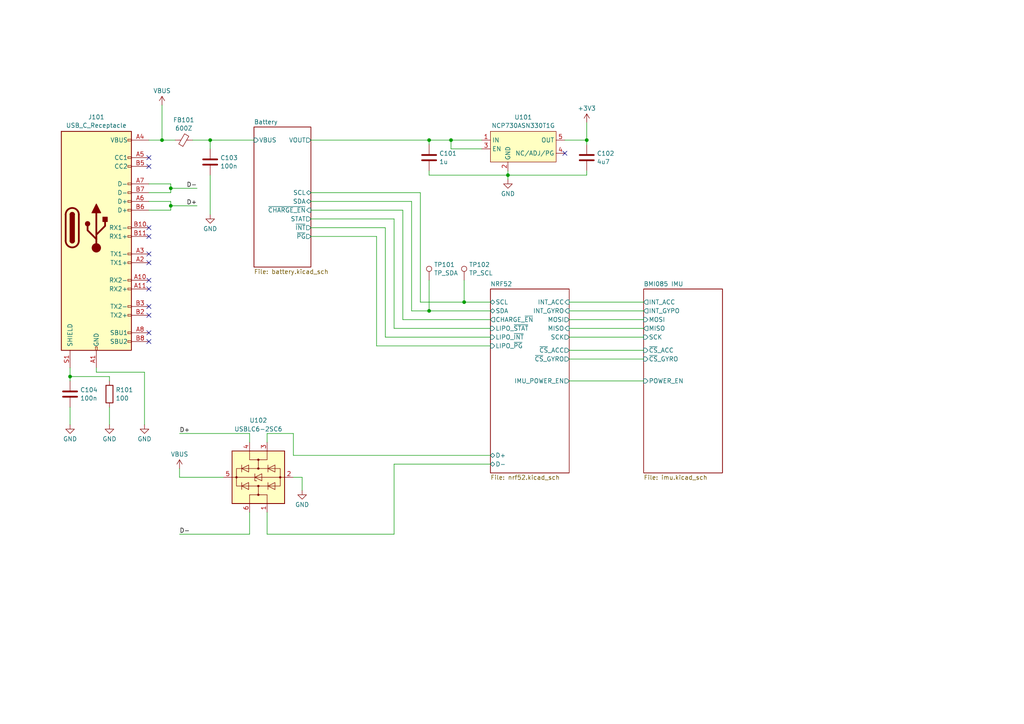
<source format=kicad_sch>
(kicad_sch (version 20230121) (generator eeschema)
  (paper "A4")
  (lib_symbols
    (symbol "Connector:TestPoint" (pin_numbers hide) (pin_names (offset 0.762) hide)
      (property "Reference" "TP" (at 0 6.858 0))
      (property "Value" "TestPoint" (at 0 5.08 0))
      (symbol "TestPoint_0_1"
        (circle (center 0 3.302) (radius 0.762))
      )
      (symbol "TestPoint_1_1"
        (pin passive line (at 0 0 90) (length 2.54) (name "1") (number "1"))
      )
    )
    (symbol "Connector:USB_C_Receptacle" (pin_names (offset 1.016))
      (property "Reference" "J" (at -10.16 29.21 0))
      (property "Value" "USB_C_Receptacle" (at 10.16 29.21 0))
      (symbol "USB_C_Receptacle_0_0"
        (rectangle (start -0.254 -35.56) (end 0.254 -34.544))
        (rectangle (start 10.16 -32.766) (end 9.144 -33.274))
        (rectangle (start 10.16 -30.226) (end 9.144 -30.734))
        (rectangle (start 10.16 -25.146) (end 9.144 -25.654))
        (rectangle (start 10.16 -22.606) (end 9.144 -23.114))
        (rectangle (start 10.16 -17.526) (end 9.144 -18.034))
        (rectangle (start 10.16 -14.986) (end 9.144 -15.494))
        (rectangle (start 10.16 -9.906) (end 9.144 -10.414))
        (rectangle (start 10.16 -7.366) (end 9.144 -7.874))
        (rectangle (start 10.16 -2.286) (end 9.144 -2.794))
        (rectangle (start 10.16 0.254) (end 9.144 -0.254))
        (rectangle (start 10.16 5.334) (end 9.144 4.826))
        (rectangle (start 10.16 7.874) (end 9.144 7.366))
        (rectangle (start 10.16 10.414) (end 9.144 9.906))
        (rectangle (start 10.16 12.954) (end 9.144 12.446))
        (rectangle (start 10.16 18.034) (end 9.144 17.526))
        (rectangle (start 10.16 20.574) (end 9.144 20.066))
        (rectangle (start 10.16 25.654) (end 9.144 25.146))
      )
      (symbol "USB_C_Receptacle_0_1"
        (rectangle (start -10.16 27.94) (end 10.16 -35.56) (stroke (width 0.254)) (fill (type background)))
        (arc (start -8.89 -3.81) (mid -6.985 -5.7067) (end -5.08 -3.81) (stroke (width 0.508)))
        (arc (start -7.62 -3.81) (mid -6.985 -4.4423) (end -6.35 -3.81) (stroke (width 0.254)))
        (arc (start -7.62 -3.81) (mid -6.985 -4.4423) (end -6.35 -3.81) (stroke (width 0.254)) (fill (type outline)))
        (rectangle (start -7.62 -3.81) (end -6.35 3.81) (stroke (width 0.254)) (fill (type outline)))
        (arc (start -6.35 3.81) (mid -6.985 4.4423) (end -7.62 3.81) (stroke (width 0.254)))
        (arc (start -6.35 3.81) (mid -6.985 4.4423) (end -7.62 3.81) (stroke (width 0.254)) (fill (type outline)))
        (arc (start -5.08 3.81) (mid -6.985 5.7067) (end -8.89 3.81) (stroke (width 0.508)))
        (polyline (pts (xy -8.89 -3.81) (xy -8.89 3.81)) (stroke (width 0.508)))
        (polyline (pts (xy -5.08 3.81) (xy -5.08 -3.81)) (stroke (width 0.508)))
      )
      (symbol "USB_C_Receptacle_1_1"
        (circle (center -2.54 1.143) (radius 0.635) (stroke (width 0.254)) (fill (type outline)))
        (circle (center 0 -5.842) (radius 1.27) (fill (type outline)))
        (polyline (pts (xy 0 -5.842) (xy 0 4.318)) (stroke (width 0.508)))
        (polyline (pts (xy 0 -3.302) (xy -2.54 -0.762) (xy -2.54 0.508)) (stroke (width 0.508)))
        (polyline (pts (xy 0 -2.032) (xy 2.54 0.508) (xy 2.54 1.778)) (stroke (width 0.508)))
        (polyline (pts (xy -1.27 4.318) (xy 0 6.858) (xy 1.27 4.318) (xy -1.27 4.318)) (stroke (width 0.254)) (fill (type outline)))
        (rectangle (start 1.905 1.778) (end 3.175 3.048) (stroke (width 0.254)) (fill (type outline)))
        (pin passive line (at 0 -40.64 90) (length 5.08) (name "GND") (number "A1"))
        (pin bidirectional line (at 15.24 -15.24 180) (length 5.08) (name "RX2-") (number "A10"))
        (pin bidirectional line (at 15.24 -17.78 180) (length 5.08) (name "RX2+") (number "A11"))
        (pin passive line (at 0 -40.64 90) (length 5.08) hide (name "GND") (number "A12"))
        (pin bidirectional line (at 15.24 -10.16 180) (length 5.08) (name "TX1+") (number "A2"))
        (pin bidirectional line (at 15.24 -7.62 180) (length 5.08) (name "TX1-") (number "A3"))
        (pin passive line (at 15.24 25.4 180) (length 5.08) (name "VBUS") (number "A4"))
        (pin bidirectional line (at 15.24 20.32 180) (length 5.08) (name "CC1") (number "A5"))
        (pin bidirectional line (at 15.24 7.62 180) (length 5.08) (name "D+") (number "A6"))
        (pin bidirectional line (at 15.24 12.7 180) (length 5.08) (name "D-") (number "A7"))
        (pin bidirectional line (at 15.24 -30.48 180) (length 5.08) (name "SBU1") (number "A8"))
        (pin passive line (at 15.24 25.4 180) (length 5.08) hide (name "VBUS") (number "A9"))
        (pin passive line (at 0 -40.64 90) (length 5.08) hide (name "GND") (number "B1"))
        (pin bidirectional line (at 15.24 0 180) (length 5.08) (name "RX1-") (number "B10"))
        (pin bidirectional line (at 15.24 -2.54 180) (length 5.08) (name "RX1+") (number "B11"))
        (pin passive line (at 0 -40.64 90) (length 5.08) hide (name "GND") (number "B12"))
        (pin bidirectional line (at 15.24 -25.4 180) (length 5.08) (name "TX2+") (number "B2"))
        (pin bidirectional line (at 15.24 -22.86 180) (length 5.08) (name "TX2-") (number "B3"))
        (pin passive line (at 15.24 25.4 180) (length 5.08) hide (name "VBUS") (number "B4"))
        (pin bidirectional line (at 15.24 17.78 180) (length 5.08) (name "CC2") (number "B5"))
        (pin bidirectional line (at 15.24 5.08 180) (length 5.08) (name "D+") (number "B6"))
        (pin bidirectional line (at 15.24 10.16 180) (length 5.08) (name "D-") (number "B7"))
        (pin bidirectional line (at 15.24 -33.02 180) (length 5.08) (name "SBU2") (number "B8"))
        (pin passive line (at 15.24 25.4 180) (length 5.08) hide (name "VBUS") (number "B9"))
        (pin passive line (at -7.62 -40.64 90) (length 5.08) (name "SHIELD") (number "S1"))
      )
    )
    (symbol "Device:C" (pin_numbers hide) (pin_names (offset 0.254))
      (property "Reference" "C" (at 0.635 2.54 0))
      (property "Value" "C" (at 0.635 -2.54 0))
      (symbol "C_0_1"
        (polyline (pts (xy -2.032 -0.762) (xy 2.032 -0.762)) (stroke (width 0.508)))
        (polyline (pts (xy -2.032 0.762) (xy 2.032 0.762)) (stroke (width 0.508)))
      )
      (symbol "C_1_1"
        (pin passive line (at 0 3.81 270) (length 2.794) (name "~") (number "1"))
        (pin passive line (at 0 -3.81 90) (length 2.794) (name "~") (number "2"))
      )
    )
    (symbol "Device:FerriteBead_Small" (pin_numbers hide) (pin_names (offset 0))
      (property "Reference" "FB" (at 1.905 1.27 0))
      (property "Value" "FerriteBead_Small" (at 1.905 -1.27 0))
      (symbol "FerriteBead_Small_0_1"
        (polyline (pts (xy 0 -1.27) (xy 0 -0.7874)))
        (polyline (pts (xy 0 0.889) (xy 0 1.2954)))
        (polyline (pts (xy -1.8288 0.2794) (xy -1.1176 1.4986) (xy 1.8288 -0.2032) (xy 1.1176 -1.4224) (xy -1.8288 0.2794)))
      )
      (symbol "FerriteBead_Small_1_1"
        (pin passive line (at 0 2.54 270) (length 1.27) (name "~") (number "1"))
        (pin passive line (at 0 -2.54 90) (length 1.27) (name "~") (number "2"))
      )
    )
    (symbol "Device:R" (pin_numbers hide) (pin_names (offset 0))
      (property "Reference" "R" (at 2.032 0 90))
      (property "Value" "R" (at 0 0 90))
      (symbol "R_0_1"
        (rectangle (start -1.016 -2.54) (end 1.016 2.54) (stroke (width 0.254)))
      )
      (symbol "R_1_1"
        (pin passive line (at 0 3.81 270) (length 1.27) (name "~") (number "1"))
        (pin passive line (at 0 -3.81 90) (length 1.27) (name "~") (number "2"))
      )
    )
    (symbol "Power_Protection:USBLC6-2SC6" (pin_names hide)
      (property "Reference" "U" (at 2.54 8.89 0))
      (property "Value" "USBLC6-2SC6" (at 2.54 -8.89 0))
      (symbol "USBLC6-2SC6_0_1"
        (rectangle (start -7.62 -7.62) (end 7.62 7.62) (stroke (width 0.254)) (fill (type background)))
        (circle (center -5.08 0) (radius 0.254) (fill (type outline)))
        (circle (center -2.54 0) (radius 0.254) (fill (type outline)))
        (rectangle (start -2.54 6.35) (end 2.54 -6.35))
        (circle (center 0 -6.35) (radius 0.254) (fill (type outline)))
        (polyline (pts (xy -5.08 -2.54) (xy -7.62 -2.54)))
        (polyline (pts (xy -5.08 0) (xy -5.08 -2.54)))
        (polyline (pts (xy -5.08 2.54) (xy -7.62 2.54)))
        (polyline (pts (xy -1.524 -2.794) (xy -3.556 -2.794)))
        (polyline (pts (xy -1.524 4.826) (xy -3.556 4.826)))
        (polyline (pts (xy 0 -7.62) (xy 0 -6.35)))
        (polyline (pts (xy 0 -6.35) (xy 0 1.27)))
        (polyline (pts (xy 0 1.27) (xy 0 6.35)))
        (polyline (pts (xy 0 6.35) (xy 0 7.62)))
        (polyline (pts (xy 1.524 -2.794) (xy 3.556 -2.794)))
        (polyline (pts (xy 1.524 4.826) (xy 3.556 4.826)))
        (polyline (pts (xy 5.08 -2.54) (xy 7.62 -2.54)))
        (polyline (pts (xy 5.08 0) (xy 5.08 -2.54)))
        (polyline (pts (xy 5.08 2.54) (xy 7.62 2.54)))
        (polyline (pts (xy -2.54 0) (xy -5.08 0) (xy -5.08 2.54)))
        (polyline (pts (xy 2.54 0) (xy 5.08 0) (xy 5.08 2.54)))
        (polyline (pts (xy -3.556 -4.826) (xy -1.524 -4.826) (xy -2.54 -2.794) (xy -3.556 -4.826)))
        (polyline (pts (xy -3.556 2.794) (xy -1.524 2.794) (xy -2.54 4.826) (xy -3.556 2.794)))
        (polyline (pts (xy -1.016 -1.016) (xy 1.016 -1.016) (xy 0 1.016) (xy -1.016 -1.016)))
        (polyline (pts (xy 1.016 1.016) (xy 0.762 1.016) (xy -1.016 1.016) (xy -1.016 0.508)))
        (polyline (pts (xy 3.556 -4.826) (xy 1.524 -4.826) (xy 2.54 -2.794) (xy 3.556 -4.826)))
        (polyline (pts (xy 3.556 2.794) (xy 1.524 2.794) (xy 2.54 4.826) (xy 3.556 2.794)))
        (circle (center 0 6.35) (radius 0.254) (fill (type outline)))
        (circle (center 2.54 0) (radius 0.254) (fill (type outline)))
        (circle (center 5.08 0) (radius 0.254) (fill (type outline)))
      )
      (symbol "USBLC6-2SC6_1_1"
        (pin passive line (at -10.16 -2.54 0) (length 2.54) (name "I/O1") (number "1"))
        (pin passive line (at 0 -10.16 90) (length 2.54) (name "GND") (number "2"))
        (pin passive line (at 10.16 -2.54 180) (length 2.54) (name "I/O2") (number "3"))
        (pin passive line (at 10.16 2.54 180) (length 2.54) (name "I/O2") (number "4"))
        (pin passive line (at 0 10.16 270) (length 2.54) (name "VBUS") (number "5"))
        (pin passive line (at -10.16 2.54 0) (length 2.54) (name "I/O1") (number "6"))
      )
    )
    (symbol "power:+3V3" (power) (pin_names (offset 0))
      (property "Value" "+3V3" (at 0 3.556 0))
      (symbol "+3V3_0_1"
        (polyline (pts (xy -0.762 1.27) (xy 0 2.54)))
        (polyline (pts (xy 0 0) (xy 0 2.54)))
        (polyline (pts (xy 0 2.54) (xy 0.762 1.27)))
      )
      (symbol "+3V3_1_1"
        (pin power_in line (at 0 0 90) (length 0) hide (name "+3V3") (number "1"))
      )
    )
    (symbol "power:GND" (power) (pin_names (offset 0))
      (property "Value" "GND" (at 0 -3.81 0))
      (symbol "GND_0_1"
        (polyline (pts (xy 0 0) (xy 0 -1.27) (xy 1.27 -1.27) (xy 0 -2.54) (xy -1.27 -1.27) (xy 0 -1.27)))
      )
      (symbol "GND_1_1"
        (pin power_in line (at 0 0 270) (length 0) hide (name "GND") (number "1"))
      )
    )
    (symbol "power:VBUS" (power) (pin_names (offset 0))
      (property "Value" "VBUS" (at 0 3.81 0))
      (symbol "VBUS_0_1"
        (polyline (pts (xy -0.762 1.27) (xy 0 2.54)))
        (polyline (pts (xy 0 0) (xy 0 2.54)))
        (polyline (pts (xy 0 2.54) (xy 0.762 1.27)))
      )
      (symbol "VBUS_1_1"
        (pin power_in line (at 0 0 90) (length 0) hide (name "VBUS") (number "1"))
      )
    )
    (symbol "shimatta_regulators:NCP730xxxxxxT1G"
      (property "Reference" "U" (at 0 7.62 0))
      (property "Value" "NCP730xxxxxxT1G" (at 0 5.08 0))
      (symbol "NCP730xxxxxxT1G_0_1"
        (rectangle (start -8.89 3.81) (end 10.16 -5.08) (stroke (width 0.1524)) (fill (type background)))
      )
      (symbol "NCP730xxxxxxT1G_1_1"
        (pin power_in line (at -11.43 1.27 0) (length 2.54) (name "IN") (number "1"))
        (pin power_in line (at -3.81 -7.62 90) (length 2.54) (name "GND") (number "2"))
        (pin input line (at -11.43 -1.27 0) (length 2.54) (name "EN") (number "3"))
        (pin unspecified line (at 12.7 -2.54 180) (length 2.54) (name "NC/ADJ/PG") (number "4"))
        (pin power_out line (at 12.7 1.27 180) (length 2.54) (name "OUT") (number "5"))
      )
    )
  )
  (junction (at 124.46 40.64))
  (junction (at 134.62 87.63))
  (junction (at 46.99 40.64))
  (junction (at 170.18 40.64))
  (junction (at 20.32 109.22))
  (junction (at 60.96 40.64))
  (junction (at 49.53 54.61))
  (junction (at 49.53 59.69))
  (junction (at 147.32 50.8))
  (junction (at 124.46 90.17))
  (junction (at 130.81 40.64))
  (no_connect (at 43.18 96.52))
  (no_connect (at 43.18 88.9))
  (no_connect (at 43.18 73.66))
  (no_connect (at 43.18 83.82))
  (no_connect (at 43.18 81.28))
  (no_connect (at 43.18 68.58))
  (no_connect (at 43.18 76.2))
  (no_connect (at 43.18 91.44))
  (no_connect (at 163.83 44.45))
  (no_connect (at 43.18 48.26))
  (no_connect (at 43.18 45.72))
  (no_connect (at 43.18 66.04))
  (no_connect (at 43.18 99.06))
  (wire (pts (xy 109.22 100.33) (xy 109.22 68.58)))
  (wire (pts (xy 90.17 68.58) (xy 109.22 68.58)))
  (wire (pts (xy 142.24 100.33) (xy 109.22 100.33)))
  (wire (pts (xy 124.46 40.64) (xy 124.46 41.91)))
  (wire (pts (xy 52.07 125.73) (xy 72.39 125.73)))
  (wire (pts (xy 52.07 154.94) (xy 72.39 154.94)))
  (wire (pts (xy 130.81 40.64) (xy 130.81 43.18)))
  (wire (pts (xy 60.96 50.8) (xy 60.96 62.23)))
  (wire (pts (xy 165.1 87.63) (xy 186.69 87.63)))
  (wire (pts (xy 147.32 49.53) (xy 147.32 50.8)))
  (wire (pts (xy 27.94 107.95) (xy 41.91 107.95)))
  (wire (pts (xy 49.53 59.69) (xy 49.53 60.96)))
  (wire (pts (xy 77.47 128.27) (xy 77.47 125.73)))
  (wire (pts (xy 49.53 53.34) (xy 49.53 54.61)))
  (wire (pts (xy 46.99 40.64) (xy 50.8 40.64)))
  (wire (pts (xy 119.38 58.42) (xy 119.38 90.17)))
  (wire (pts (xy 72.39 154.94) (xy 72.39 148.59)))
  (wire (pts (xy 49.53 60.96) (xy 43.18 60.96)))
  (wire (pts (xy 49.53 58.42) (xy 49.53 59.69)))
  (wire (pts (xy 43.18 53.34) (xy 49.53 53.34)))
  (wire (pts (xy 165.1 95.25) (xy 186.69 95.25)))
  (wire (pts (xy 27.94 106.68) (xy 27.94 107.95)))
  (wire (pts (xy 119.38 90.17) (xy 124.46 90.17)))
  (wire (pts (xy 142.24 134.62) (xy 114.3 134.62)))
  (wire (pts (xy 147.32 50.8) (xy 147.32 52.07)))
  (wire (pts (xy 165.1 92.71) (xy 186.69 92.71)))
  (wire (pts (xy 72.39 128.27) (xy 72.39 125.73)))
  (wire (pts (xy 116.84 92.71) (xy 116.84 60.96)))
  (wire (pts (xy 165.1 104.14) (xy 186.69 104.14)))
  (wire (pts (xy 90.17 63.5) (xy 114.3 63.5)))
  (wire (pts (xy 163.83 40.64) (xy 170.18 40.64)))
  (wire (pts (xy 87.63 138.43) (xy 87.63 142.24)))
  (wire (pts (xy 124.46 90.17) (xy 142.24 90.17)))
  (wire (pts (xy 20.32 118.11) (xy 20.32 123.19)))
  (wire (pts (xy 31.75 118.11) (xy 31.75 123.19)))
  (wire (pts (xy 20.32 109.22) (xy 20.32 110.49)))
  (wire (pts (xy 90.17 55.88) (xy 121.92 55.88)))
  (wire (pts (xy 111.76 97.79) (xy 111.76 66.04)))
  (wire (pts (xy 20.32 109.22) (xy 31.75 109.22)))
  (wire (pts (xy 85.09 125.73) (xy 85.09 132.08)))
  (wire (pts (xy 90.17 58.42) (xy 119.38 58.42)))
  (wire (pts (xy 124.46 81.28) (xy 124.46 90.17)))
  (wire (pts (xy 49.53 54.61) (xy 49.53 55.88)))
  (wire (pts (xy 142.24 92.71) (xy 116.84 92.71)))
  (wire (pts (xy 121.92 87.63) (xy 121.92 55.88)))
  (wire (pts (xy 134.62 81.28) (xy 134.62 87.63)))
  (wire (pts (xy 170.18 35.56) (xy 170.18 40.64)))
  (wire (pts (xy 52.07 138.43) (xy 64.77 138.43)))
  (wire (pts (xy 142.24 87.63) (xy 134.62 87.63)))
  (wire (pts (xy 49.53 59.69) (xy 57.15 59.69)))
  (wire (pts (xy 77.47 125.73) (xy 85.09 125.73)))
  (wire (pts (xy 46.99 30.48) (xy 46.99 40.64)))
  (wire (pts (xy 114.3 134.62) (xy 114.3 154.94)))
  (wire (pts (xy 170.18 40.64) (xy 170.18 41.91)))
  (wire (pts (xy 55.88 40.64) (xy 60.96 40.64)))
  (wire (pts (xy 90.17 40.64) (xy 124.46 40.64)))
  (wire (pts (xy 130.81 43.18) (xy 139.7 43.18)))
  (wire (pts (xy 142.24 97.79) (xy 111.76 97.79)))
  (wire (pts (xy 31.75 109.22) (xy 31.75 110.49)))
  (wire (pts (xy 114.3 95.25) (xy 142.24 95.25)))
  (wire (pts (xy 124.46 49.53) (xy 124.46 50.8)))
  (wire (pts (xy 147.32 50.8) (xy 170.18 50.8)))
  (wire (pts (xy 90.17 66.04) (xy 111.76 66.04)))
  (wire (pts (xy 170.18 50.8) (xy 170.18 49.53)))
  (wire (pts (xy 165.1 101.6) (xy 186.69 101.6)))
  (wire (pts (xy 77.47 148.59) (xy 77.47 154.94)))
  (wire (pts (xy 124.46 40.64) (xy 130.81 40.64)))
  (wire (pts (xy 165.1 90.17) (xy 186.69 90.17)))
  (wire (pts (xy 85.09 132.08) (xy 142.24 132.08)))
  (wire (pts (xy 90.17 60.96) (xy 116.84 60.96)))
  (wire (pts (xy 85.09 138.43) (xy 87.63 138.43)))
  (wire (pts (xy 20.32 106.68) (xy 20.32 109.22)))
  (wire (pts (xy 165.1 110.49) (xy 186.69 110.49)))
  (wire (pts (xy 52.07 135.89) (xy 52.07 138.43)))
  (wire (pts (xy 41.91 107.95) (xy 41.91 123.19)))
  (wire (pts (xy 130.81 40.64) (xy 139.7 40.64)))
  (wire (pts (xy 165.1 97.79) (xy 186.69 97.79)))
  (wire (pts (xy 124.46 50.8) (xy 147.32 50.8)))
  (wire (pts (xy 114.3 154.94) (xy 77.47 154.94)))
  (wire (pts (xy 49.53 54.61) (xy 57.15 54.61)))
  (wire (pts (xy 43.18 58.42) (xy 49.53 58.42)))
  (wire (pts (xy 49.53 55.88) (xy 43.18 55.88)))
  (wire (pts (xy 60.96 40.64) (xy 73.66 40.64)))
  (wire (pts (xy 43.18 40.64) (xy 46.99 40.64)))
  (wire (pts (xy 134.62 87.63) (xy 121.92 87.63)))
  (wire (pts (xy 114.3 63.5) (xy 114.3 95.25)))
  (wire (pts (xy 60.96 40.64) (xy 60.96 43.18)))
  (label "D+" (at 57.15 59.69 180))
  (label "D+" (at 52.07 125.73 0))
  (label "D-" (at 57.15 54.61 180))
  (label "D-" (at 52.07 154.94 0))
  (symbol (lib_id "Device:C") (at 170.18 45.72 0) (unit 1)
    (property "Reference" "C102" (at 173.101 44.5079 0) (effects (justify left)))
    (property "Value" "4u7" (at 173.101 46.9321 0) (effects (justify left)))
  )
  (symbol (lib_id "Connector:USB_C_Receptacle") (at 27.94 66.04 0) (unit 1)
    (property "Reference" "J101" (at 27.94 33.9557 0))
    (property "Value" "USB_C_Receptacle" (at 27.94 36.3799 0))
    (property "Datasheet" "https://www.usb.org/sites/default/files/documents/usb_type-c.zip" (effects hide))
  )
  (symbol (lib_id "Connector:TestPoint") (at 124.46 81.28 0) (unit 1)
    (property "Reference" "TP101" (at 125.857 76.7659 0) (effects (justify left)))
    (property "Value" "TP_SDA" (at 125.857 79.1901 0) (effects (justify left)))
  )
  (symbol (lib_id "Connector:TestPoint") (at 134.62 81.28 0) (unit 1)
    (property "Reference" "TP102" (at 136.017 76.7659 0) (effects (justify left)))
    (property "Value" "TP_SCL" (at 136.017 79.1901 0) (effects (justify left)))
  )
  (symbol (lib_id "power:VBUS") (at 52.07 135.89 0) (unit 1)
    (property "Reference" "#PWR0108" (effects hide))
    (property "Value" "VBUS" (at 52.07 131.7569 0))
  )
  (symbol (lib_id "power:VBUS") (at 46.99 30.48 0) (unit 1)
    (property "Reference" "#PWR0101" (effects hide))
    (property "Value" "VBUS" (at 46.99 26.3469 0))
  )
  (symbol (lib_id "Device:C") (at 20.32 114.3 0) (unit 1)
    (property "Reference" "C104" (at 23.241 113.0879 0) (effects (justify left)))
    (property "Value" "100n" (at 23.241 115.5121 0) (effects (justify left)))
  )
  (symbol (lib_id "power:GND") (at 60.96 62.23 0) (unit 1)
    (property "Reference" "#PWR0104" (effects hide))
    (property "Value" "GND" (at 60.96 66.3631 0))
  )
  (symbol (lib_id "power:GND") (at 147.32 52.07 0) (unit 1)
    (property "Reference" "#PWR0103" (effects hide))
    (property "Value" "GND" (at 147.32 56.2031 0))
  )
  (symbol (lib_id "Device:C") (at 124.46 45.72 0) (unit 1)
    (property "Reference" "C101" (at 127.381 44.5079 0) (effects (justify left)))
    (property "Value" "1u" (at 127.381 46.9321 0) (effects (justify left)))
  )
  (symbol (lib_id "power:GND") (at 41.91 123.19 0) (unit 1)
    (property "Reference" "#PWR0107" (effects hide))
    (property "Value" "GND" (at 41.91 127.3231 0))
  )
  (symbol (lib_id "power:GND") (at 87.63 142.24 0) (unit 1)
    (property "Reference" "#PWR0109" (effects hide))
    (property "Value" "GND" (at 87.63 146.3731 0))
  )
  (symbol (lib_id "power:GND") (at 20.32 123.19 0) (unit 1)
    (property "Reference" "#PWR0105" (effects hide))
    (property "Value" "GND" (at 20.32 127.3231 0))
  )
  (symbol (lib_id "Device:C") (at 60.96 46.99 0) (unit 1)
    (property "Reference" "C103" (at 63.881 45.7779 0) (effects (justify left)))
    (property "Value" "100n" (at 63.881 48.2021 0) (effects (justify left)))
  )
  (symbol (lib_id "shimatta_regulators:NCP730xxxxxxT1G") (at 151.13 41.91 0) (unit 1)
    (property "Reference" "U101" (at 151.765 34.0065 0))
    (property "Value" "NCP730ASN330T1G" (at 151.765 36.4307 0))
    (property "Footprint" "Package_SO:TSOP-5_1.65x3.05mm_P0.95mm" (effects hide))
    (property "Datasheet" "https://www.mouser.de/datasheet/2/308/NCP730_D-1760032.pdf" (effects hide))
  )
  (symbol (lib_id "power:GND") (at 31.75 123.19 0) (unit 1)
    (property "Reference" "#PWR0106" (effects hide))
    (property "Value" "GND" (at 31.75 127.3231 0))
  )
  (symbol (lib_id "Power_Protection:USBLC6-2SC6") (at 74.93 138.43 90) (unit 1)
    (property "Reference" "U102" (at 74.93 121.92 90))
    (property "Value" "USBLC6-2SC6" (at 74.93 124.46 90))
    (property "Footprint" "Package_TO_SOT_SMD:SOT-23-6" (effects hide))
    (property "Datasheet" "https://www.st.com/resource/en/datasheet/usblc6-2.pdf" (effects hide))
  )
  (symbol (lib_id "power:+3V3") (at 170.18 35.56 0) (unit 1)
    (property "Reference" "#PWR0102" (effects hide))
    (property "Value" "+3V3" (at 170.18 31.4269 0))
  )
  (symbol (lib_id "Device:R") (at 31.75 114.3 0) (unit 1)
    (property "Reference" "R101" (at 33.528 113.0879 0) (effects (justify left)))
    (property "Value" "100" (at 33.528 115.5121 0) (effects (justify left)))
  )
  (symbol (lib_id "Device:FerriteBead_Small") (at 53.34 40.64 90) (unit 1)
    (property "Reference" "FB101" (at 53.3019 34.7939 90))
    (property "Value" "600Z" (at 53.3019 37.2181 90))
  )
  (sheet (at 142.24 83.82) (size 22.86 53.34) (stroke (width 0.1524))
    (property "Sheetname" "NRF52" (at 142.24 83.1084 0) (effects (justify left bottom)))
    (property "Sheetfile" "nrf52.kicad_sch" (at 142.24 137.7446 0) (effects (justify left top)))
    (pin "INT_ACC" input (at 165.1 87.63 0))
    (pin "SDA" bidirectional (at 142.24 90.17 180))
    (pin "INT_GYRO" input (at 165.1 90.17 0))
    (pin "SCL" bidirectional (at 142.24 87.63 180))
    (pin "D-" bidirectional (at 142.24 134.62 180))
    (pin "D+" bidirectional (at 142.24 132.08 180))
    (pin "MOSI" output (at 165.1 92.71 0))
    (pin "~{CS}_ACC" output (at 165.1 101.6 0))
    (pin "~{CS}_GYRO" output (at 165.1 104.14 0))
    (pin "SCK" output (at 165.1 97.79 0))
    (pin "MISO" input (at 165.1 95.25 0))
    (pin "IMU_POWER_EN" output (at 165.1 110.49 0))
    (pin "CHARGE_~{EN}" output (at 142.24 92.71 180))
    (pin "LIPO_~{PG}" input (at 142.24 100.33 180))
    (pin "LIPO_~{INT}" input (at 142.24 97.79 180))
    (pin "LIPO_~{STAT}" input (at 142.24 95.25 180))
  )
  (sheet (at 73.66 36.83) (size 16.51 40.64) (stroke (width 0.1524))
    (property "Sheetname" "Battery" (at 73.66 36.1184 0) (effects (justify left bottom)))
    (property "Sheetfile" "battery.kicad_sch" (at 73.66 78.0546 0) (effects (justify left top)))
    (pin "VBUS" input (at 73.66 40.64 180))
    (pin "~{CHARGE_EN}" input (at 90.17 60.96 0))
    (pin "SCL" bidirectional (at 90.17 55.88 0))
    (pin "SDA" bidirectional (at 90.17 58.42 0))
    (pin "STAT" output (at 90.17 63.5 0))
    (pin "~{INT}" output (at 90.17 66.04 0))
    (pin "~{PG}" output (at 90.17 68.58 0))
    (pin "VOUT" output (at 90.17 40.64 0))
  )
  (sheet (at 186.69 83.82) (size 22.86 53.34) (stroke (width 0.1524))
    (property "Sheetname" "BMI085 IMU" (at 186.69 83.1084 0) (effects (justify left bottom)))
    (property "Sheetfile" "imu.kicad_sch" (at 186.69 137.7446 0) (effects (justify left top)))
    (pin "~{CS}_ACC" input (at 186.69 101.6 180))
    (pin "~{CS}_GYRO" input (at 186.69 104.14 180))
    (pin "MOSI" input (at 186.69 92.71 180))
    (pin "INT_GYPO" output (at 186.69 90.17 180))
    (pin "SCK" input (at 186.69 97.79 180))
    (pin "INT_ACC" output (at 186.69 87.63 180))
    (pin "MISO" output (at 186.69 95.25 180))
    (pin "POWER_EN" input (at 186.69 110.49 180))
  )
)
</source>
